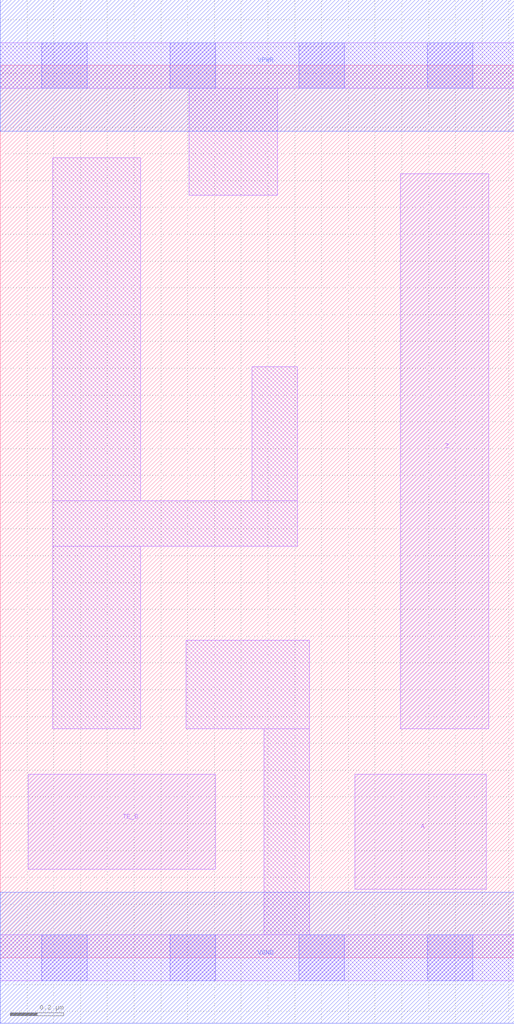
<source format=lef>
# Copyright 2020 The SkyWater PDK Authors
#
# Licensed under the Apache License, Version 2.0 (the "License");
# you may not use this file except in compliance with the License.
# You may obtain a copy of the License at
#
#     https://www.apache.org/licenses/LICENSE-2.0
#
# Unless required by applicable law or agreed to in writing, software
# distributed under the License is distributed on an "AS IS" BASIS,
# WITHOUT WARRANTIES OR CONDITIONS OF ANY KIND, either express or implied.
# See the License for the specific language governing permissions and
# limitations under the License.
#
# SPDX-License-Identifier: Apache-2.0

VERSION 5.7 ;
  NOWIREEXTENSIONATPIN ON ;
  DIVIDERCHAR "/" ;
  BUSBITCHARS "[]" ;
UNITS
  DATABASE MICRONS 200 ;
END UNITS
MACRO sky130_fd_sc_lp__einvn_m
  CLASS CORE ;
  FOREIGN sky130_fd_sc_lp__einvn_m ;
  ORIGIN  0.000000  0.000000 ;
  SIZE  1.920000 BY  3.330000 ;
  SYMMETRY X Y R90 ;
  SITE unit ;
  PIN A
    ANTENNAGATEAREA  0.126000 ;
    DIRECTION INPUT ;
    USE SIGNAL ;
    PORT
      LAYER li1 ;
        RECT 1.325000 0.255000 1.815000 0.685000 ;
    END
  END A
  PIN TE_B
    ANTENNAGATEAREA  0.189000 ;
    DIRECTION INPUT ;
    USE SIGNAL ;
    PORT
      LAYER li1 ;
        RECT 0.105000 0.330000 0.805000 0.685000 ;
    END
  END TE_B
  PIN Z
    ANTENNADIFFAREA  0.222600 ;
    DIRECTION OUTPUT ;
    USE SIGNAL ;
    PORT
      LAYER li1 ;
        RECT 1.495000 0.855000 1.825000 2.925000 ;
    END
  END Z
  PIN VGND
    DIRECTION INOUT ;
    USE GROUND ;
    PORT
      LAYER met1 ;
        RECT 0.000000 -0.245000 1.920000 0.245000 ;
    END
  END VGND
  PIN VPWR
    DIRECTION INOUT ;
    USE POWER ;
    PORT
      LAYER met1 ;
        RECT 0.000000 3.085000 1.920000 3.575000 ;
    END
  END VPWR
  OBS
    LAYER li1 ;
      RECT 0.000000 -0.085000 1.920000 0.085000 ;
      RECT 0.000000  3.245000 1.920000 3.415000 ;
      RECT 0.195000  0.855000 0.525000 1.535000 ;
      RECT 0.195000  1.535000 1.110000 1.705000 ;
      RECT 0.195000  1.705000 0.525000 2.985000 ;
      RECT 0.695000  0.855000 1.155000 1.185000 ;
      RECT 0.705000  2.845000 1.035000 3.245000 ;
      RECT 0.940000  1.705000 1.110000 2.205000 ;
      RECT 0.985000  0.085000 1.155000 0.855000 ;
    LAYER mcon ;
      RECT 0.155000 -0.085000 0.325000 0.085000 ;
      RECT 0.155000  3.245000 0.325000 3.415000 ;
      RECT 0.635000 -0.085000 0.805000 0.085000 ;
      RECT 0.635000  3.245000 0.805000 3.415000 ;
      RECT 1.115000 -0.085000 1.285000 0.085000 ;
      RECT 1.115000  3.245000 1.285000 3.415000 ;
      RECT 1.595000 -0.085000 1.765000 0.085000 ;
      RECT 1.595000  3.245000 1.765000 3.415000 ;
  END
END sky130_fd_sc_lp__einvn_m
END LIBRARY

</source>
